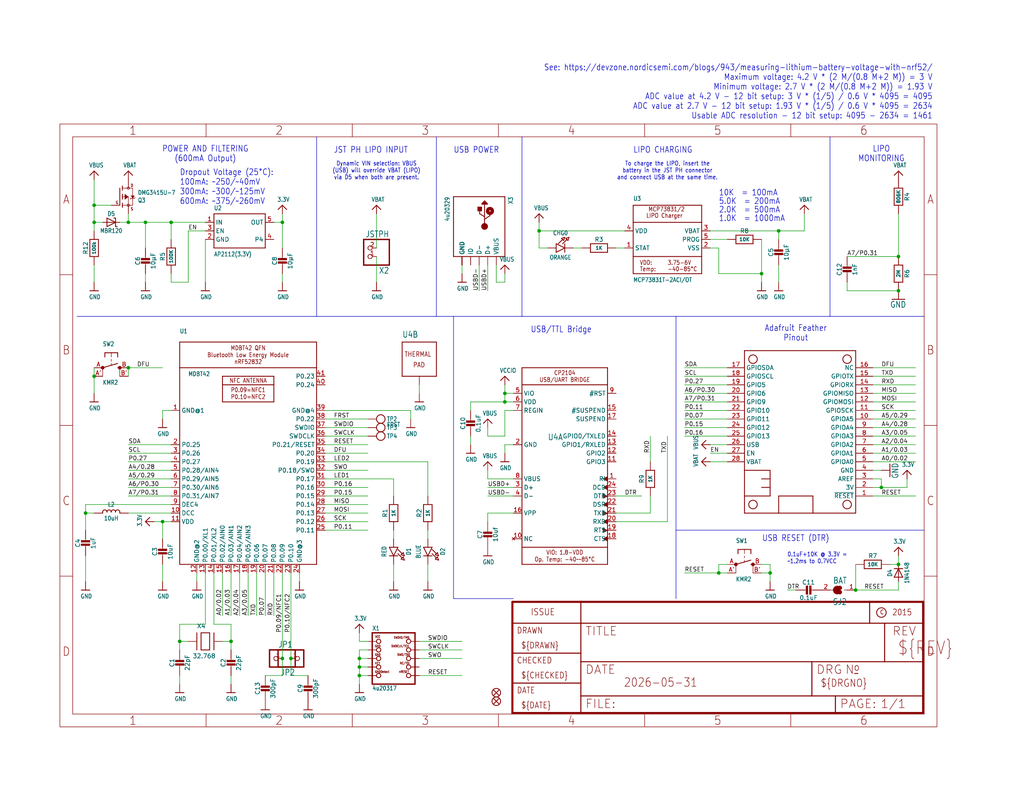
<source format=kicad_sch>
(kicad_sch (version 20230121) (generator eeschema)
  (paper "User" 303.962 235.179)
  (junction (at 27.94 66.04))
  (junction (at 50.8 66.04))
  (junction (at 53.34 190.5))
  (junction (at 231.14 68.58))
  (junction (at 226.06 81.28))
  (junction (at 160.02 68.58))
  (junction (at 38.1 66.04))
  (junction (at 27.94 111.76))
  (junction (at 27.94 60.96))
  (junction (at 38.1 109.22))
  (junction (at 228.6 170.18))
  (junction (at 68.58 190.5))
  (junction (at 48.26 154.94))
  (junction (at 43.18 66.04))
  (junction (at 213.36 170.18))
  (junction (at 149.86 116.84))
  (junction (at 266.7 76.2))
  (junction (at 106.68 200.66))
  (junction (at 254 175.26))
  (junction (at 83.82 195.58))
  (junction (at 83.82 66.04))
  (junction (at 25.4 152.4))
  (junction (at 266.7 86.36))
  (junction (at 266.7 167.64))
  (junction (at 106.68 195.58))
  (junction (at 261.62 144.78))
  (junction (at 149.86 119.38))
  (junction (at 86.36 195.58))
  (junction (at 106.68 198.12))
  (wire (pts (xy 27.94 152.4) (xy 25.4 152.4)) (stroke (width 0.1524)))
  (wire (pts (xy 261.62 142.24) (xy 261.62 144.78)) (stroke (width 0.1524)))
  (wire (pts (xy 50.8 134.62) (xy 38.1 134.62)) (stroke (width 0.1524)))
  (wire (pts (xy 35.56 66.04) (xy 38.1 66.04)) (stroke (width 0.1524)))
  (polyline (pts (xy 200.66 177.8) (xy 200.66 157.48)) (stroke (width 0.1524) (type solid)))
  (wire (pts (xy 78.74 200.66) (xy 83.82 200.66)) (stroke (width 0.1524)))
  (wire (pts (xy 50.8 154.94) (xy 48.26 154.94)) (stroke (width 0.1524)))
  (wire (pts (xy 68.58 170.18) (xy 68.58 182.88)) (stroke (width 0.1524)))
  (wire (pts (xy 226.06 170.18) (xy 228.6 170.18)) (stroke (width 0.1524)))
  (wire (pts (xy 124.46 193.04) (xy 137.16 193.04)) (stroke (width 0.1524)))
  (wire (pts (xy 231.14 78.74) (xy 231.14 83.82)) (stroke (width 0.1524)))
  (wire (pts (xy 96.52 129.54) (xy 109.22 129.54)) (stroke (width 0.1524)))
  (wire (pts (xy 50.8 83.82) (xy 50.8 81.28)) (stroke (width 0.1524)))
  (wire (pts (xy 152.4 152.4) (xy 144.78 152.4)) (stroke (width 0.1524)))
  (wire (pts (xy 215.9 119.38) (xy 203.2 119.38)) (stroke (width 0.1524)))
  (wire (pts (xy 96.52 149.86) (xy 109.22 149.86)) (stroke (width 0.1524)))
  (wire (pts (xy 231.14 68.58) (xy 210.82 68.58)) (stroke (width 0.1524)))
  (wire (pts (xy 48.26 154.94) (xy 48.26 160.02)) (stroke (width 0.1524)))
  (wire (pts (xy 193.04 137.16) (xy 193.04 129.54)) (stroke (width 0.1524)))
  (wire (pts (xy 203.2 170.18) (xy 213.36 170.18)) (stroke (width 0.1524)))
  (wire (pts (xy 50.8 142.24) (xy 38.1 142.24)) (stroke (width 0.1524)))
  (wire (pts (xy 259.08 109.22) (xy 271.78 109.22)) (stroke (width 0.1524)))
  (wire (pts (xy 106.68 193.04) (xy 106.68 195.58)) (stroke (width 0.1524)))
  (polyline (pts (xy 93.98 93.98) (xy 129.54 93.98)) (stroke (width 0.1524) (type solid)))
  (wire (pts (xy 96.52 139.7) (xy 109.22 139.7)) (stroke (width 0.1524)))
  (wire (pts (xy 109.22 195.58) (xy 106.68 195.58)) (stroke (width 0.1524)))
  (wire (pts (xy 86.36 170.18) (xy 86.36 195.58)) (stroke (width 0.1524)))
  (wire (pts (xy 144.78 147.32) (xy 152.4 147.32)) (stroke (width 0.1524)))
  (wire (pts (xy 25.4 152.4) (xy 25.4 157.48)) (stroke (width 0.1524)))
  (wire (pts (xy 210.82 73.66) (xy 213.36 73.66)) (stroke (width 0.1524)))
  (wire (pts (xy 53.34 190.5) (xy 53.34 193.04)) (stroke (width 0.1524)))
  (wire (pts (xy 27.94 111.76) (xy 27.94 116.84)) (stroke (width 0.1524)))
  (wire (pts (xy 60.96 170.18) (xy 60.96 185.42)) (stroke (width 0.1524)))
  (wire (pts (xy 38.1 66.04) (xy 43.18 66.04)) (stroke (width 0.1524)))
  (wire (pts (xy 48.26 167.64) (xy 48.26 172.72)) (stroke (width 0.1524)))
  (wire (pts (xy 106.68 190.5) (xy 106.68 187.96)) (stroke (width 0.1524)))
  (wire (pts (xy 139.7 119.38) (xy 139.7 121.92)) (stroke (width 0.1524)))
  (wire (pts (xy 127 137.16) (xy 127 147.32)) (stroke (width 0.1524)))
  (wire (pts (xy 86.36 200.66) (xy 91.44 200.66)) (stroke (width 0.1524)))
  (wire (pts (xy 210.82 71.12) (xy 215.9 71.12)) (stroke (width 0.1524)))
  (wire (pts (xy 215.9 134.62) (xy 210.82 134.62)) (stroke (width 0.1524)))
  (wire (pts (xy 27.94 60.96) (xy 27.94 53.34)) (stroke (width 0.1524)))
  (wire (pts (xy 66.04 170.18) (xy 66.04 182.88)) (stroke (width 0.1524)))
  (wire (pts (xy 261.62 139.7) (xy 259.08 139.7)) (stroke (width 0.1524)))
  (wire (pts (xy 73.66 170.18) (xy 73.66 182.88)) (stroke (width 0.1524)))
  (wire (pts (xy 96.52 121.92) (xy 121.92 121.92)) (stroke (width 0.1524)))
  (wire (pts (xy 259.08 129.54) (xy 271.78 129.54)) (stroke (width 0.1524)))
  (wire (pts (xy 60.96 185.42) (xy 53.34 185.42)) (stroke (width 0.1524)))
  (wire (pts (xy 106.68 200.66) (xy 106.68 203.2)) (stroke (width 0.1524)))
  (wire (pts (xy 259.08 142.24) (xy 261.62 142.24)) (stroke (width 0.1524)))
  (wire (pts (xy 203.2 124.46) (xy 215.9 124.46)) (stroke (width 0.1524)))
  (wire (pts (xy 124.46 190.5) (xy 137.16 190.5)) (stroke (width 0.1524)))
  (wire (pts (xy 215.9 114.3) (xy 203.2 114.3)) (stroke (width 0.1524)))
  (polyline (pts (xy 246.38 93.98) (xy 246.38 40.64)) (stroke (width 0.1524) (type solid)))
  (wire (pts (xy 203.2 121.92) (xy 215.9 121.92)) (stroke (width 0.1524)))
  (wire (pts (xy 25.4 165.1) (xy 25.4 172.72)) (stroke (width 0.1524)))
  (wire (pts (xy 111.76 63.5) (xy 111.76 73.66)) (stroke (width 0.1524)))
  (polyline (pts (xy 134.62 177.8) (xy 152.4 177.8)) (stroke (width 0.1524) (type solid)))
  (wire (pts (xy 50.8 132.08) (xy 38.1 132.08)) (stroke (width 0.1524)))
  (wire (pts (xy 152.4 132.08) (xy 149.86 132.08)) (stroke (width 0.1524)))
  (wire (pts (xy 127 167.64) (xy 127 172.72)) (stroke (width 0.1524)))
  (wire (pts (xy 76.2 182.88) (xy 76.2 170.18)) (stroke (width 0.1524)))
  (wire (pts (xy 38.1 109.22) (xy 48.26 109.22)) (stroke (width 0.1524)))
  (wire (pts (xy 215.9 167.64) (xy 213.36 167.64)) (stroke (width 0.1524)))
  (wire (pts (xy 231.14 68.58) (xy 238.76 68.58)) (stroke (width 0.1524)))
  (wire (pts (xy 266.7 175.26) (xy 266.7 172.72)) (stroke (width 0.1524)))
  (wire (pts (xy 109.22 200.66) (xy 106.68 200.66)) (stroke (width 0.1524)))
  (wire (pts (xy 144.78 144.78) (xy 152.4 144.78)) (stroke (width 0.1524)))
  (wire (pts (xy 81.28 182.88) (xy 81.28 170.18)) (stroke (width 0.1524)))
  (wire (pts (xy 78.74 170.18) (xy 78.74 182.88)) (stroke (width 0.1524)))
  (wire (pts (xy 149.86 121.92) (xy 152.4 121.92)) (stroke (width 0.1524)))
  (wire (pts (xy 96.52 157.48) (xy 109.22 157.48)) (stroke (width 0.1524)))
  (polyline (pts (xy 246.38 93.98) (xy 274.32 93.98)) (stroke (width 0.1524) (type solid)))
  (wire (pts (xy 259.08 134.62) (xy 271.78 134.62)) (stroke (width 0.1524)))
  (wire (pts (xy 259.08 137.16) (xy 271.78 137.16)) (stroke (width 0.1524)))
  (wire (pts (xy 203.2 129.54) (xy 215.9 129.54)) (stroke (width 0.1524)))
  (wire (pts (xy 43.18 73.66) (xy 43.18 66.04)) (stroke (width 0.1524)))
  (wire (pts (xy 233.68 175.26) (xy 236.22 175.26)) (stroke (width 0.1524)))
  (wire (pts (xy 96.52 144.78) (xy 109.22 144.78)) (stroke (width 0.1524)))
  (wire (pts (xy 48.26 154.94) (xy 45.72 154.94)) (stroke (width 0.1524)))
  (wire (pts (xy 271.78 124.46) (xy 259.08 124.46)) (stroke (width 0.1524)))
  (wire (pts (xy 121.92 121.92) (xy 121.92 124.46)) (stroke (width 0.1524)))
  (wire (pts (xy 96.52 137.16) (xy 127 137.16)) (stroke (width 0.1524)))
  (wire (pts (xy 43.18 66.04) (xy 50.8 66.04)) (stroke (width 0.1524)))
  (wire (pts (xy 170.18 73.66) (xy 172.72 73.66)) (stroke (width 0.1524)))
  (wire (pts (xy 96.52 142.24) (xy 116.84 142.24)) (stroke (width 0.1524)))
  (wire (pts (xy 152.4 119.38) (xy 149.86 119.38)) (stroke (width 0.1524)))
  (wire (pts (xy 271.78 127) (xy 259.08 127)) (stroke (width 0.1524)))
  (wire (pts (xy 58.42 170.18) (xy 58.42 172.72)) (stroke (width 0.1524)))
  (wire (pts (xy 109.22 193.04) (xy 106.68 193.04)) (stroke (width 0.1524)))
  (wire (pts (xy 106.68 198.12) (xy 106.68 200.66)) (stroke (width 0.1524)))
  (polyline (pts (xy 129.54 93.98) (xy 134.62 93.98)) (stroke (width 0.1524) (type solid)))
  (wire (pts (xy 106.68 195.58) (xy 106.68 198.12)) (stroke (width 0.1524)))
  (wire (pts (xy 254 175.26) (xy 266.7 175.26)) (stroke (width 0.1524)))
  (wire (pts (xy 215.9 137.16) (xy 210.82 137.16)) (stroke (width 0.1524)))
  (wire (pts (xy 254 167.64) (xy 254 175.26)) (stroke (width 0.1524)))
  (wire (pts (xy 203.2 127) (xy 215.9 127)) (stroke (width 0.1524)))
  (wire (pts (xy 83.82 170.18) (xy 83.82 195.58)) (stroke (width 0.1524)))
  (wire (pts (xy 27.94 66.04) (xy 27.94 60.96)) (stroke (width 0.1524)))
  (wire (pts (xy 144.78 142.24) (xy 152.4 142.24)) (stroke (width 0.1524)))
  (wire (pts (xy 215.9 109.22) (xy 203.2 109.22)) (stroke (width 0.1524)))
  (wire (pts (xy 251.46 76.2) (xy 266.7 76.2)) (stroke (width 0.1524)))
  (wire (pts (xy 137.16 78.74) (xy 137.16 81.28)) (stroke (width 0.1524)))
  (wire (pts (xy 38.1 109.22) (xy 38.1 111.76)) (stroke (width 0.1524)))
  (wire (pts (xy 228.6 167.64) (xy 228.6 170.18)) (stroke (width 0.1524)))
  (wire (pts (xy 50.8 139.7) (xy 38.1 139.7)) (stroke (width 0.1524)))
  (wire (pts (xy 182.88 147.32) (xy 190.5 147.32)) (stroke (width 0.1524)))
  (wire (pts (xy 68.58 185.42) (xy 68.58 190.5)) (stroke (width 0.1524)))
  (polyline (pts (xy 129.54 93.98) (xy 129.54 40.64)) (stroke (width 0.1524) (type solid)))
  (polyline (pts (xy 93.98 93.98) (xy 93.98 40.64)) (stroke (width 0.1524) (type solid)))
  (wire (pts (xy 228.6 170.18) (xy 228.6 172.72)) (stroke (width 0.1524)))
  (wire (pts (xy 213.36 170.18) (xy 215.9 170.18)) (stroke (width 0.1524)))
  (wire (pts (xy 27.94 68.58) (xy 27.94 66.04)) (stroke (width 0.1524)))
  (wire (pts (xy 109.22 190.5) (xy 106.68 190.5)) (stroke (width 0.1524)))
  (wire (pts (xy 25.4 149.86) (xy 25.4 152.4)) (stroke (width 0.1524)))
  (wire (pts (xy 149.86 132.08) (xy 149.86 134.62)) (stroke (width 0.1524)))
  (wire (pts (xy 50.8 149.86) (xy 25.4 149.86)) (stroke (width 0.1524)))
  (wire (pts (xy 116.84 167.64) (xy 116.84 172.72)) (stroke (width 0.1524)))
  (polyline (pts (xy 154.94 93.98) (xy 154.94 40.64)) (stroke (width 0.1524) (type solid)))
  (wire (pts (xy 55.88 190.5) (xy 53.34 190.5)) (stroke (width 0.1524)))
  (wire (pts (xy 144.78 129.54) (xy 149.86 129.54)) (stroke (width 0.1524)))
  (wire (pts (xy 96.52 154.94) (xy 109.22 154.94)) (stroke (width 0.1524)))
  (wire (pts (xy 213.36 73.66) (xy 213.36 81.28)) (stroke (width 0.1524)))
  (wire (pts (xy 109.22 198.12) (xy 106.68 198.12)) (stroke (width 0.1524)))
  (wire (pts (xy 149.86 114.3) (xy 149.86 116.84)) (stroke (width 0.1524)))
  (wire (pts (xy 259.08 147.32) (xy 271.78 147.32)) (stroke (width 0.1524)))
  (wire (pts (xy 259.08 144.78) (xy 261.62 144.78)) (stroke (width 0.1524)))
  (wire (pts (xy 269.24 144.78) (xy 269.24 142.24)) (stroke (width 0.1524)))
  (wire (pts (xy 86.36 195.58) (xy 86.36 200.66)) (stroke (width 0.1524)))
  (wire (pts (xy 50.8 121.92) (xy 48.26 121.92)) (stroke (width 0.1524)))
  (polyline (pts (xy 22.86 93.98) (xy 93.98 93.98)) (stroke (width 0.1524) (type solid)))
  (wire (pts (xy 96.52 132.08) (xy 109.22 132.08)) (stroke (width 0.1524)))
  (wire (pts (xy 149.86 116.84) (xy 149.86 119.38)) (stroke (width 0.1524)))
  (wire (pts (xy 198.12 129.54) (xy 198.12 154.94)) (stroke (width 0.1524)))
  (wire (pts (xy 259.08 114.3) (xy 271.78 114.3)) (stroke (width 0.1524)))
  (wire (pts (xy 127 157.48) (xy 127 160.02)) (stroke (width 0.1524)))
  (polyline (pts (xy 134.62 93.98) (xy 154.94 93.98)) (stroke (width 0.1524) (type solid)))
  (wire (pts (xy 50.8 137.16) (xy 38.1 137.16)) (stroke (width 0.1524)))
  (wire (pts (xy 43.18 81.28) (xy 43.18 83.82)) (stroke (width 0.1524)))
  (wire (pts (xy 53.34 185.42) (xy 53.34 190.5)) (stroke (width 0.1524)))
  (wire (pts (xy 83.82 81.28) (xy 83.82 83.82)) (stroke (width 0.1524)))
  (wire (pts (xy 81.28 66.04) (xy 83.82 66.04)) (stroke (width 0.1524)))
  (wire (pts (xy 264.16 167.64) (xy 266.7 167.64)) (stroke (width 0.1524)))
  (wire (pts (xy 149.86 83.82) (xy 149.86 81.28)) (stroke (width 0.1524)))
  (wire (pts (xy 111.76 83.82) (xy 111.76 76.2)) (stroke (width 0.1524)))
  (wire (pts (xy 27.94 109.22) (xy 27.94 111.76)) (stroke (width 0.1524)))
  (wire (pts (xy 193.04 152.4) (xy 193.04 147.32)) (stroke (width 0.1524)))
  (wire (pts (xy 261.62 144.78) (xy 269.24 144.78)) (stroke (width 0.1524)))
  (wire (pts (xy 182.88 152.4) (xy 193.04 152.4)) (stroke (width 0.1524)))
  (wire (pts (xy 55.88 68.58) (xy 55.88 83.82)) (stroke (width 0.1524)))
  (wire (pts (xy 55.88 83.82) (xy 50.8 83.82)) (stroke (width 0.1524)))
  (wire (pts (xy 144.78 86.36) (xy 144.78 78.74)) (stroke (width 0.1524)))
  (wire (pts (xy 83.82 66.04) (xy 83.82 63.5)) (stroke (width 0.1524)))
  (polyline (pts (xy 200.66 157.48) (xy 274.32 157.48)) (stroke (width 0.1524) (type solid)))
  (wire (pts (xy 147.32 83.82) (xy 149.86 83.82)) (stroke (width 0.1524)))
  (wire (pts (xy 266.7 167.64) (xy 266.7 165.1)) (stroke (width 0.1524)))
  (wire (pts (xy 226.06 81.28) (xy 226.06 83.82)) (stroke (width 0.1524)))
  (wire (pts (xy 149.86 129.54) (xy 149.86 121.92)) (stroke (width 0.1524)))
  (wire (pts (xy 60.96 71.12) (xy 60.96 83.82)) (stroke (width 0.1524)))
  (wire (pts (xy 66.04 190.5) (xy 68.58 190.5)) (stroke (width 0.1524)))
  (wire (pts (xy 124.46 114.3) (xy 124.46 116.84)) (stroke (width 0.1524)))
  (wire (pts (xy 63.5 185.42) (xy 68.58 185.42)) (stroke (width 0.1524)))
  (wire (pts (xy 139.7 119.38) (xy 149.86 119.38)) (stroke (width 0.1524)))
  (wire (pts (xy 83.82 200.66) (xy 83.82 195.58)) (stroke (width 0.1524)))
  (wire (pts (xy 238.76 63.5) (xy 238.76 68.58)) (stroke (width 0.1524)))
  (wire (pts (xy 215.9 111.76) (xy 203.2 111.76)) (stroke (width 0.1524)))
  (wire (pts (xy 50.8 147.32) (xy 38.1 147.32)) (stroke (width 0.1524)))
  (wire (pts (xy 226.06 167.64) (xy 228.6 167.64)) (stroke (width 0.1524)))
  (wire (pts (xy 182.88 154.94) (xy 198.12 154.94)) (stroke (width 0.1524)))
  (wire (pts (xy 96.52 152.4) (xy 109.22 152.4)) (stroke (width 0.1524)))
  (polyline (pts (xy 154.94 93.98) (xy 200.66 93.98)) (stroke (width 0.1524) (type solid)))
  (wire (pts (xy 63.5 170.18) (xy 63.5 185.42)) (stroke (width 0.1524)))
  (wire (pts (xy 96.52 124.46) (xy 109.22 124.46)) (stroke (width 0.1524)))
  (wire (pts (xy 231.14 71.12) (xy 231.14 68.58)) (stroke (width 0.1524)))
  (wire (pts (xy 88.9 170.18) (xy 88.9 172.72)) (stroke (width 0.1524)))
  (polyline (pts (xy 200.66 93.98) (xy 246.38 93.98)) (stroke (width 0.1524) (type solid)))
  (wire (pts (xy 96.52 147.32) (xy 109.22 147.32)) (stroke (width 0.1524)))
  (wire (pts (xy 50.8 71.12) (xy 50.8 66.04)) (stroke (width 0.1524)))
  (wire (pts (xy 226.06 71.12) (xy 226.06 81.28)) (stroke (width 0.1524)))
  (wire (pts (xy 30.48 66.04) (xy 27.94 66.04)) (stroke (width 0.1524)))
  (wire (pts (xy 259.08 111.76) (xy 271.78 111.76)) (stroke (width 0.1524)))
  (wire (pts (xy 96.52 127) (xy 109.22 127)) (stroke (width 0.1524)))
  (wire (pts (xy 116.84 157.48) (xy 116.84 160.02)) (stroke (width 0.1524)))
  (wire (pts (xy 215.9 116.84) (xy 203.2 116.84)) (stroke (width 0.1524)))
  (wire (pts (xy 182.88 73.66) (xy 185.42 73.66)) (stroke (width 0.1524)))
  (wire (pts (xy 60.96 68.58) (xy 55.88 68.58)) (stroke (width 0.1524)))
  (wire (pts (xy 144.78 127) (xy 144.78 129.54)) (stroke (width 0.1524)))
  (wire (pts (xy 27.94 83.82) (xy 27.94 78.74)) (stroke (width 0.1524)))
  (polyline (pts (xy 200.66 157.48) (xy 200.66 93.98)) (stroke (width 0.1524) (type solid)))
  (wire (pts (xy 142.24 86.36) (xy 142.24 78.74)) (stroke (width 0.1524)))
  (wire (pts (xy 259.08 132.08) (xy 271.78 132.08)) (stroke (width 0.1524)))
  (wire (pts (xy 48.26 121.92) (xy 48.26 124.46)) (stroke (width 0.1524)))
  (wire (pts (xy 38.1 63.5) (xy 38.1 66.04)) (stroke (width 0.1524)))
  (wire (pts (xy 162.56 73.66) (xy 160.02 73.66)) (stroke (width 0.1524)))
  (wire (pts (xy 137.16 200.66) (xy 124.46 200.66)) (stroke (width 0.1524)))
  (wire (pts (xy 33.02 60.96) (xy 27.94 60.96)) (stroke (width 0.1524)))
  (wire (pts (xy 50.8 152.4) (xy 38.1 152.4)) (stroke (width 0.1524)))
  (wire (pts (xy 124.46 195.58) (xy 137.16 195.58)) (stroke (width 0.1524)))
  (wire (pts (xy 116.84 142.24) (xy 116.84 147.32)) (stroke (width 0.1524)))
  (wire (pts (xy 60.96 66.04) (xy 50.8 66.04)) (stroke (width 0.1524)))
  (wire (pts (xy 96.52 134.62) (xy 109.22 134.62)) (stroke (width 0.1524)))
  (wire (pts (xy 266.7 63.5) (xy 266.7 76.2)) (stroke (width 0.1524)))
  (wire (pts (xy 71.12 170.18) (xy 71.12 182.88)) (stroke (width 0.1524)))
  (wire (pts (xy 68.58 190.5) (xy 68.58 193.04)) (stroke (width 0.1524)))
  (wire (pts (xy 160.02 68.58) (xy 185.42 68.58)) (stroke (width 0.1524)))
  (wire (pts (xy 152.4 116.84) (xy 149.86 116.84)) (stroke (width 0.1524)))
  (wire (pts (xy 251.46 86.36) (xy 251.46 83.82)) (stroke (width 0.1524)))
  (wire (pts (xy 53.34 200.66) (xy 53.34 203.2)) (stroke (width 0.1524)))
  (wire (pts (xy 259.08 119.38) (xy 271.78 119.38)) (stroke (width 0.1524)))
  (wire (pts (xy 147.32 78.74) (xy 147.32 83.82)) (stroke (width 0.1524)))
  (wire (pts (xy 50.8 144.78) (xy 38.1 144.78)) (stroke (width 0.1524)))
  (wire (pts (xy 139.7 129.54) (xy 139.7 132.08)) (stroke (width 0.1524)))
  (wire (pts (xy 83.82 73.66) (xy 83.82 66.04)) (stroke (width 0.1524)))
  (wire (pts (xy 259.08 121.92) (xy 271.78 121.92)) (stroke (width 0.1524)))
  (wire (pts (xy 144.78 142.24) (xy 144.78 139.7)) (stroke (width 0.1524)))
  (wire (pts (xy 215.9 132.08) (xy 210.82 132.08)) (stroke (width 0.1524)))
  (polyline (pts (xy 134.62 177.8) (xy 134.62 93.98)) (stroke (width 0.1524) (type solid)))
  (wire (pts (xy 259.08 116.84) (xy 271.78 116.84)) (stroke (width 0.1524)))
  (wire (pts (xy 144.78 152.4) (xy 144.78 154.94)) (stroke (width 0.1524)))
  (wire (pts (xy 266.7 86.36) (xy 251.46 86.36)) (stroke (width 0.1524)))
  (wire (pts (xy 213.36 167.64) (xy 213.36 170.18)) (stroke (width 0.1524)))
  (wire (pts (xy 68.58 200.66) (xy 68.58 203.2)) (stroke (width 0.1524)))
  (wire (pts (xy 213.36 81.28) (xy 226.06 81.28)) (stroke (width 0.1524)))
  (wire (pts (xy 160.02 73.66) (xy 160.02 68.58)) (stroke (width 0.1524)))
  (wire (pts (xy 160.02 66.04) (xy 160.02 68.58)) (stroke (width 0.1524)))
  (text "Dynamic VIN selection: VBUS\n(USB) will override VBAT (LIPO)\nvia D5 when both are present." (at 111.76 50.8 0) (effects (font (size 1.27 1.0795))))
  (text "JST PH LIPO INPUT" (at 99.06 45.72 0) (effects (font (size 1.778 1.5113)) (justify left bottom)))
  (text "10K  = 100mA" (at 213.36 58.42 0) (effects (font (size 1.778 1.5113)) (justify left bottom)))
  (text "1.0K  = 1000mA" (at 213.36 66.04 0) (effects (font (size 1.778 1.5113)) (justify left bottom)))
  (text "LIPO CHARGING" (at 187.96 45.72 0) (effects (font (size 1.778 1.5113)) (justify left bottom)))
  (text "2.0K  = 500mA" (at 213.36 63.5 0) (effects (font (size 1.778 1.5113)) (justify left bottom)))
  (text "USB RESET (DTR)" (at 236.22 160.02 0) (effects (font (size 1.778 1.5113))))
  (text "See: https://devzone.nordicsemi.com/blogs/943/measuring-lithium-battery-voltage-with-nrf52/\nMaximum voltage: 4.2 V * (2 M/(0.8 M+2 M)) = 3 V\nMinimum voltage: 2.7 V * (2 M/(0.8 M+2 M)) = 1.93 V\nADC value at 4.2 V - 12 bit setup: 3 V * (1/5) / 0.6 V * 4095 = 4095\nADC value at 2.7 V - 12 bit setup: 1.93 V * (1/5) / 0.6 V * 4095 = 2634\nUsable ADC resolution - 12 bit setup: 4095 - 2634 = 1461" (at 276.86 35.56 0) (effects (font (size 1.778 1.5113)) (justify right bottom)))
  (text "USB/TTL Bridge" (at 157.48 99.06 0) (effects (font (size 1.778 1.5113)) (justify left bottom)))
  (text "POWER AND FILTERING\n(600mA Output)" (at 60.96 48.26 0) (effects (font (size 1.778 1.5113)) (justify bottom)))
  (text "LIPO\nMONITORING" (at 261.62 48.26 0) (effects (font (size 1.778 1.5113)) (justify bottom)))
  (text "0.1uF+10K @ 3.3V =\n~1.2ms to 0.7VCC" (at 233.68 167.64 0) (effects (font (size 1.27 1.0795)) (justify left bottom)))
  (text "To charge the LIPO, insert the\nbattery in the JST PH connector\nand connect USB at the same time." (at 198.12 50.8 0) (effects (font (size 1.27 1.0795))))
  (text "5.0K  = 200mA" (at 213.36 60.96 0) (effects (font (size 1.778 1.5113)) (justify left bottom)))
  (text "USB POWER" (at 134.62 45.72 0) (effects (font (size 1.778 1.5113)) (justify left bottom)))
  (text "Adafruit Feather\nPinout" (at 236.22 99.06 0) (effects (font (size 1.778 1.5113))))
  (text "Dropout Voltage (25°C):\n100mA: ~250/~40mV\n300mA: ~300/~125mV\n600mA: ~375/~260mV" (at 53.34 60.96 0) (effects (font (size 1.778 1.5113)) (justify left bottom)))
  (label "A2/0.04" (at 71.12 182.88 90) (effects (font (size 1.2446 1.2446))))
  (label "SDA" (at 38.1 132.08 0) (effects (font (size 1.2446 1.2446))))
  (label "RXD" (at 193.04 134.62 90) (effects (font (size 1.2446 1.2446))))
  (label "USBD-" (at 144.78 147.32 0) (effects (font (size 1.2446 1.2446))))
  (label "A1/0.03" (at 68.58 182.88 90) (effects (font (size 1.2446 1.2446))))
  (label "SWDIO" (at 127 190.5 0) (effects (font (size 1.2446 1.2446))))
  (label "TXD" (at 198.12 134.62 90) (effects (font (size 1.2446 1.2446))))
  (label "A4/0.28" (at 38.1 139.7 0) (effects (font (size 1.2446 1.2446))))
  (label "SWCLK" (at 127 193.04 0) (effects (font (size 1.2446 1.2446))))
  (label "P0.10/NFC2" (at 86.36 187.96 90) (effects (font (size 1.2446 1.2446))))
  (label "DFU" (at 261.62 109.22 0) (effects (font (size 1.2446 1.2446))))
  (label "SWO" (at 99.06 139.7 0) (effects (font (size 1.2446 1.2446))))
  (label "A7/P0.31" (at 38.1 147.32 0) (effects (font (size 1.2446 1.2446))))
  (label "P0.16" (at 203.2 129.54 0) (effects (font (size 1.2446 1.2446))))
  (label "SCK" (at 99.06 154.94 0) (effects (font (size 1.2446 1.2446))))
  (label "A2/0.04" (at 261.62 132.08 0) (effects (font (size 1.2446 1.2446))))
  (label "RXD" (at 81.28 182.88 90) (effects (font (size 1.2446 1.2446))))
  (label "TXD" (at 261.62 111.76 0) (effects (font (size 1.2446 1.2446))))
  (label "RXD" (at 261.62 114.3 0) (effects (font (size 1.2446 1.2446))))
  (label "MOSI" (at 261.62 119.38 0) (effects (font (size 1.2446 1.2446))))
  (label "SWCLK" (at 99.06 129.54 0) (effects (font (size 1.2446 1.2446))))
  (label "SDA" (at 203.2 109.22 0) (effects (font (size 1.2446 1.2446))))
  (label "RESET" (at 256.54 175.26 0) (effects (font (size 1.2446 1.2446))))
  (label "A3/0.05" (at 73.66 182.88 90) (effects (font (size 1.2446 1.2446))))
  (label "A3/0.05" (at 261.62 129.54 0) (effects (font (size 1.2446 1.2446))))
  (label "EN" (at 210.82 134.62 0) (effects (font (size 1.2446 1.2446))))
  (label "P0.15" (at 203.2 127 0) (effects (font (size 1.2446 1.2446))))
  (label "SCK" (at 261.62 121.92 0) (effects (font (size 1.2446 1.2446))))
  (label "P0.07" (at 78.74 182.88 90) (effects (font (size 1.2446 1.2446))))
  (label "SWO" (at 127 195.58 0) (effects (font (size 1.2446 1.2446))))
  (label "LED1" (at 99.06 142.24 0) (effects (font (size 1.2446 1.2446))))
  (label "A7/P0.31" (at 203.2 119.38 0) (effects (font (size 1.2446 1.2446))))
  (label "P0.11" (at 99.06 157.48 0) (effects (font (size 1.2446 1.2446))))
  (label "DTR" (at 233.68 175.26 0) (effects (font (size 1.2446 1.2446))))
  (label "RESET" (at 127 200.66 0) (effects (font (size 1.2446 1.2446))))
  (label "P0.15" (at 99.06 147.32 0) (effects (font (size 1.2446 1.2446))))
  (label "A0/0.02" (at 261.62 137.16 0) (effects (font (size 1.2446 1.2446))))
  (label "SCL" (at 203.2 111.76 0) (effects (font (size 1.2446 1.2446))))
  (label "P0.11" (at 203.2 121.92 0) (effects (font (size 1.2446 1.2446))))
  (label "RESET" (at 203.2 170.18 0) (effects (font (size 1.2446 1.2446))))
  (label "FRST" (at 99.06 124.46 0) (effects (font (size 1.2446 1.2446))))
  (label "SCL" (at 38.1 134.62 0) (effects (font (size 1.2446 1.2446))))
  (label "A1/0.03" (at 261.62 134.62 0) (effects (font (size 1.2446 1.2446))))
  (label "A6/P0.30" (at 203.2 116.84 0) (effects (font (size 1.2446 1.2446))))
  (label "A0/0.02" (at 66.04 182.88 90) (effects (font (size 1.2446 1.2446))))
  (label "EN" (at 55.88 68.58 0) (effects (font (size 1.2446 1.2446))))
  (label "MOSI" (at 99.06 152.4 0) (effects (font (size 1.2446 1.2446))))
  (label "DFU" (at 40.64 109.22 0) (effects (font (size 1.2446 1.2446))))
  (label "P0.07" (at 203.2 124.46 0) (effects (font (size 1.2446 1.2446))))
  (label "P0.16" (at 99.06 144.78 0) (effects (font (size 1.2446 1.2446))))
  (label "LED2" (at 99.06 137.16 0) (effects (font (size 1.2446 1.2446))))
  (label "DFU" (at 99.06 134.62 0) (effects (font (size 1.2446 1.2446))))
  (label "A5/0.29" (at 38.1 142.24 0) (effects (font (size 1.2446 1.2446))))
  (label "A6/P0.30" (at 38.1 144.78 0) (effects (font (size 1.2446 1.2446))))
  (label "A4/0.28" (at 261.62 127 0) (effects (font (size 1.2446 1.2446))))
  (label "A7/P0.31" (at 251.46 76.2 0) (effects (font (size 1.2446 1.2446))))
  (label "RESET" (at 99.06 132.08 0) (effects (font (size 1.2446 1.2446))))
  (label "SWDIO" (at 99.06 127 0) (effects (font (size 1.2446 1.2446))))
  (label "MISO" (at 261.62 116.84 0) (effects (font (size 1.2446 1.2446))))
  (label "MISO" (at 99.06 149.86 0) (effects (font (size 1.2446 1.2446))))
  (label "P0.27" (at 203.2 114.3 0) (effects (font (size 1.2446 1.2446))))
  (label "P0.09/NFC1" (at 83.82 187.96 90) (effects (font (size 1.2446 1.2446))))
  (label "USBD-" (at 142.24 86.36 90) (effects (font (size 1.2446 1.2446))))
  (label "USBD+" (at 144.78 86.36 90) (effects (font (size 1.2446 1.2446))))
  (label "TXD" (at 76.2 182.88 90) (effects (font (size 1.2446 1.2446))))
  (label "RESET" (at 261.62 147.32 0) (effects (font (size 1.2446 1.2446))))
  (label "USBD+" (at 144.78 144.78 0) (effects (font (size 1.2446 1.2446))))
  (label "DTR" (at 185.42 147.32 0) (effects (font (size 1.2446 1.2446))))
  (label "A5/0.29" (at 261.62 124.46 0) (effects (font (size 1.2446 1.2446))))
  (label "P0.27" (at 38.1 137.16 0) (effects (font (size 1.2446 1.2446))))
  (symbol (lib_id "working-eagle-import:FRAME_A4") (at 17.78 215.9 0) (unit 1)
    (property "Reference" "#FRAME1" (effects hide))
    (property "Value" "FRAME_A4" (effects hide))
  )
  (symbol (lib_id "working-eagle-import:GND") (at 228.6 175.26 0) (unit 1)
    (property "Reference" "#U$41" (effects hide))
    (property "Value" "GND" (at 227.076 177.8 0) (effects (font (size 1.27 1.0795)) (justify left bottom)))
  )
  (symbol (lib_id "working-eagle-import:VBUS") (at 27.94 50.8 0) (unit 1)
    (property "Reference" "#U$42" (effects hide))
    (property "Value" "VBUS" (at 26.416 49.784 0) (effects (font (size 1.27 1.0795)) (justify left bottom)))
  )
  (symbol (lib_id "working-eagle-import:GND") (at 137.16 83.82 0) (unit 1)
    (property "Reference" "#U$19" (effects hide))
    (property "Value" "GND" (at 135.636 86.36 0) (effects (font (size 1.27 1.0795)) (justify left bottom)))
  )
  (symbol (lib_id "working-eagle-import:FEATHERWING_NODIM") (at 254 152.4 90) (unit 1)
    (property "Reference" "MS1" (effects hide))
    (property "Value" "FEATHERWING_NODIM" (effects hide))
    (property "Footprint" "working:FEATHERWING_NODIM" (effects hide))
  )
  (symbol (lib_id "working-eagle-import:FIDUCIAL_1MM") (at 147.32 208.28 0) (unit 1)
    (property "Reference" "FID3" (effects hide))
    (property "Value" "FIDUCIAL_1MM" (effects hide))
    (property "Footprint" "working:FIDUCIAL_1MM" (effects hide))
  )
  (symbol (lib_id "working-eagle-import:TESTPOINT1.5X2.0MM_NOCREAM") (at 109.22 124.46 270) (unit 1)
    (property "Reference" "TP2" (at 114.808 124.46 90) (effects (font (size 1.27 1.0795)) (justify left)))
    (property "Value" "FRST" (at 114.808 126.111 90) (effects (font (size 1.27 1.0795)) (justify left)))
    (property "Footprint" "working:PAD-1.5X2.0" (effects hide))
  )
  (symbol (lib_id "working-eagle-import:RESISTOR_0603_NOOUT") (at 177.8 73.66 0) (unit 1)
    (property "Reference" "R3" (at 177.8 71.12 0))
    (property "Value" "1K" (at 177.8 73.66 0) (effects (font (size 1.016 1.016) bold)))
    (property "Footprint" "working:0603-NO" (effects hide))
  )
  (symbol (lib_id "working-eagle-import:JTAG-CORTEXBOXPOSTS") (at 116.84 195.58 0) (unit 1)
    (property "Reference" "X1" (at 110.49 187.325 0) (effects (font (size 1.27 1.0795)) (justify left bottom)))
    (property "Value" "4u20317" (at 110.49 205.105 0) (effects (font (size 1.27 1.0795)) (justify left bottom)))
    (property "Footprint" "working:2X05_1.27MM_BOX_POSTS" (effects hide))
  )
  (symbol (lib_id "working-eagle-import:CAP_CERAMIC0805-NOOUTLINE") (at 48.26 165.1 0) (unit 1)
    (property "Reference" "C3" (at 45.97 163.85 90))
    (property "Value" "10uF" (at 50.56 163.85 90))
    (property "Footprint" "working:0805-NO" (effects hide))
  )
  (symbol (lib_id "working-eagle-import:LED0805_NOOUTLINE") (at 127 165.1 270) (unit 1)
    (property "Reference" "D2" (at 131.445 163.83 0) (effects (font (size 1.27 1.0795))))
    (property "Value" "BLUE" (at 124.206 163.83 0) (effects (font (size 1.27 1.0795))))
    (property "Footprint" "working:CHIPLED_0805_NOOUTLINE" (effects hide))
  )
  (symbol (lib_id "working-eagle-import:GND") (at 91.44 210.82 0) (unit 1)
    (property "Reference" "#U$28" (effects hide))
    (property "Value" "GND" (at 89.916 213.36 0) (effects (font (size 1.27 1.0795)) (justify left bottom)))
  )
  (symbol (lib_id "working-eagle-import:CAP_CERAMIC0805-NOOUTLINE") (at 43.18 78.74 0) (unit 1)
    (property "Reference" "C6" (at 40.89 77.49 90))
    (property "Value" "10µF" (at 45.48 77.49 90))
    (property "Footprint" "working:0805-NO" (effects hide))
  )
  (symbol (lib_id "working-eagle-import:CON_JST_PH_2PIN") (at 109.22 73.66 180) (unit 1)
    (property "Reference" "X2" (at 115.57 79.375 0) (effects (font (size 1.778 1.5113)) (justify left bottom)))
    (property "Value" "JSTPH" (at 115.57 68.58 0) (effects (font (size 1.778 1.5113)) (justify left bottom)))
    (property "Footprint" "working:JSTPH2" (effects hide))
  )
  (symbol (lib_id "working-eagle-import:CAP_CERAMIC0603_NO") (at 139.7 127 0) (unit 1)
    (property "Reference" "C10" (at 137.41 125.75 90))
    (property "Value" "0.1uF" (at 142 125.75 90))
    (property "Footprint" "working:0603-NO" (effects hide))
  )
  (symbol (lib_id "working-eagle-import:supply1_GND") (at 264.16 139.7 90) (unit 1)
    (property "Reference" "#GND1" (effects hide))
    (property "Value" "GND" (at 266.7 142.24 0) (effects (font (size 1.778 1.5113)) (justify left bottom)))
  )
  (symbol (lib_id "working-eagle-import:GND") (at 139.7 134.62 0) (unit 1)
    (property "Reference" "#U$24" (effects hide))
    (property "Value" "GND" (at 138.176 137.16 0) (effects (font (size 1.27 1.0795)) (justify left bottom)))
  )
  (symbol (lib_id "working-eagle-import:GND") (at 111.76 86.36 0) (unit 1)
    (property "Reference" "#U$22" (effects hide))
    (property "Value" "GND" (at 110.236 88.9 0) (effects (font (size 1.27 1.0795)) (justify left bottom)))
  )
  (symbol (lib_id "working-eagle-import:CAP_CERAMIC_0603MP") (at 91.44 205.74 0) (unit 1)
    (property "Reference" "C9" (at 89.15 204.49 90))
    (property "Value" "300pF" (at 93.74 204.49 90))
    (property "Footprint" "working:_0603MP" (effects hide))
  )
  (symbol (lib_id "working-eagle-import:CAP_CERAMIC0805-NOOUTLINE") (at 231.14 76.2 0) (unit 1)
    (property "Reference" "C5" (at 228.85 74.95 90))
    (property "Value" "10µF" (at 233.44 74.95 90))
    (property "Footprint" "working:0805-NO" (effects hide))
  )
  (symbol (lib_id "working-eagle-import:MOSFET-P") (at 38.1 58.42 0) (mirror x) (unit 1)
    (property "Reference" "Q3" (at 40.894 58.801 0) (effects (font (size 1.27 1.0795)) (justify left bottom)))
    (property "Value" "DMG3415U-7" (at 40.894 56.515 0) (effects (font (size 1.27 1.0795)) (justify left bottom)))
    (property "Footprint" "working:SOT23-R" (effects hide))
  )
  (symbol (lib_id "working-eagle-import:GND") (at 88.9 175.26 0) (unit 1)
    (property "Reference" "#U$6" (effects hide))
    (property "Value" "GND" (at 87.376 177.8 0) (effects (font (size 1.27 1.0795)) (justify left bottom)))
  )
  (symbol (lib_id "working-eagle-import:RESISTOR_0603_NOOUT") (at 116.84 152.4 90) (unit 1)
    (property "Reference" "R1" (at 114.3 152.4 0))
    (property "Value" "1K" (at 116.84 152.4 0) (effects (font (size 1.016 1.016) bold)))
    (property "Footprint" "working:0603-NO" (effects hide))
  )
  (symbol (lib_id "working-eagle-import:TESTPOINTROUND2MM") (at 109.22 127 270) (unit 1)
    (property "Reference" "TP3" (at 114.808 127 90) (effects (font (size 1.27 1.0795)) (justify left)))
    (property "Value" "TESTPOINTROUND2MM" (effects hide))
    (property "Footprint" "working:TESTPOINT_ROUND_2MM" (effects hide))
  )
  (symbol (lib_id "working-eagle-import:GND") (at 48.26 127 0) (unit 1)
    (property "Reference" "#U$5" (effects hide))
    (property "Value" "GND" (at 46.736 129.54 0) (effects (font (size 1.27 1.0795)) (justify left bottom)))
  )
  (symbol (lib_id "working-eagle-import:3.3V") (at 106.68 185.42 0) (unit 1)
    (property "Reference" "#U$13" (effects hide))
    (property "Value" "3.3V" (at 105.156 184.404 0) (effects (font (size 1.27 1.0795)) (justify left bottom)))
  )
  (symbol (lib_id "working-eagle-import:GND") (at 27.94 86.36 0) (unit 1)
    (property "Reference" "#U$44" (effects hide))
    (property "Value" "GND" (at 26.416 88.9 0) (effects (font (size 1.27 1.0795)) (justify left bottom)))
  )
  (symbol (lib_id "working-eagle-import:GND") (at 127 175.26 0) (unit 1)
    (property "Reference" "#U$8" (effects hide))
    (property "Value" "GND" (at 125.476 177.8 0) (effects (font (size 1.27 1.0795)) (justify left bottom)))
  )
  (symbol (lib_id "working-eagle-import:GND") (at 58.42 175.26 0) (unit 1)
    (property "Reference" "#U$3" (effects hide))
    (property "Value" "GND" (at 56.896 177.8 0) (effects (font (size 1.27 1.0795)) (justify left bottom)))
  )
  (symbol (lib_id "working-eagle-import:RESISTOR_0603_NOOUT") (at 193.04 142.24 90) (unit 1)
    (property "Reference" "R9" (at 190.5 142.24 0))
    (property "Value" "1K" (at 193.04 142.24 0) (effects (font (size 1.016 1.016) bold)))
    (property "Footprint" "working:0603-NO" (effects hide))
  )
  (symbol (lib_id "working-eagle-import:RESISTOR_0603_NOOUT") (at 259.08 167.64 0) (unit 1)
    (property "Reference" "R7" (at 259.08 165.1 0))
    (property "Value" "10K" (at 259.08 167.64 0) (effects (font (size 1.016 1.016) bold)))
    (property "Footprint" "working:0603-NO" (effects hide))
  )
  (symbol (lib_id "working-eagle-import:VBUS") (at 144.78 137.16 0) (unit 1)
    (property "Reference" "#U$31" (effects hide))
    (property "Value" "VBUS" (at 143.256 136.144 0) (effects (font (size 1.27 1.0795)) (justify left bottom)))
  )
  (symbol (lib_id "working-eagle-import:CP2104") (at 167.64 137.16 0) (unit 1)
    (property "Reference" "U4" (at 162.56 130.81 0) (effects (font (size 1.778 1.5113)) (justify left bottom)))
    (property "Value" "CP2104" (effects hide))
    (property "Footprint" "working:QFN24_4MM_SMSC" (effects hide))
  )
  (symbol (lib_id "working-eagle-import:NRF52832_MODULE_MDBT42") (at 73.66 134.62 0) (unit 1)
    (property "Reference" "U1" (at 53.34 99.06 0) (effects (font (size 1.27 1.0795)) (justify left bottom)))
    (property "Value" "MDBT42" (at 55.88 111.76 0) (effects (font (size 1.27 1.0795)) (justify left bottom)))
    (property "Footprint" "working:BLE_MODULE_RAYTAC_MDBT42" (effects hide))
  )
  (symbol (lib_id "working-eagle-import:XTAL-3.2X1.5") (at 60.96 190.5 0) (unit 1)
    (property "Reference" "X4" (at 58.42 186.69 0) (effects (justify left bottom)))
    (property "Value" "32.768" (at 57.15 195.58 0) (effects (justify left bottom)))
    (property "Footprint" "working:XTAL3215" (effects hide))
  )
  (symbol (lib_id "working-eagle-import:RESISTOR_0603_NOOUT") (at 27.94 73.66 90) (unit 1)
    (property "Reference" "R12" (at 25.4 73.66 0))
    (property "Value" "100k" (at 27.94 73.66 0) (effects (font (size 1.016 1.016) bold)))
    (property "Footprint" "working:0603-NO" (effects hide))
  )
  (symbol (lib_id "working-eagle-import:VBAT") (at 111.76 60.96 0) (unit 1)
    (property "Reference" "#U$16" (effects hide))
    (property "Value" "VBAT" (at 110.236 59.944 0) (effects (font (size 1.27 1.0795)) (justify left bottom)))
  )
  (symbol (lib_id "working-eagle-import:INDUCTOR0805-NO") (at 33.02 152.4 0) (unit 1)
    (property "Reference" "L2" (at 33.02 149.86 0) (effects (font (size 1.27 1.0795))))
    (property "Value" "10uH" (at 33.02 153.94 0) (effects (font (size 1.27 1.0795))))
    (property "Footprint" "working:0805-NO" (effects hide))
  )
  (symbol (lib_id "working-eagle-import:CAP_CERAMIC0603_NO") (at 68.58 198.12 0) (unit 1)
    (property "Reference" "C2" (at 66.29 196.87 90))
    (property "Value" "22pF" (at 70.88 196.87 90))
    (property "Footprint" "working:0603-NO" (effects hide))
  )
  (symbol (lib_id "working-eagle-import:TESTPOINTROUND2MM") (at 109.22 129.54 270) (unit 1)
    (property "Reference" "TP4" (at 114.808 129.54 90) (effects (font (size 1.27 1.0795)) (justify left)))
    (property "Value" "TESTPOINTROUND2MM" (effects hide))
    (property "Footprint" "working:TESTPOINT_ROUND_2MM" (effects hide))
  )
  (symbol (lib_id "working-eagle-import:RESISTOR_0603_NOOUT") (at 266.7 58.42 270) (unit 1)
    (property "Reference" "R4" (at 269.24 58.42 0))
    (property "Value" "806K" (at 266.7 58.42 0) (effects (font (size 1.016 1.016) bold)))
    (property "Footprint" "working:0603-NO" (effects hide))
  )
  (symbol (lib_id "working-eagle-import:CAP_CERAMIC0603_NO") (at 251.46 81.28 0) (unit 1)
    (property "Reference" "C12" (at 249.17 80.03 90))
    (property "Value" "1nF" (at 253.76 80.03 90))
    (property "Footprint" "working:0603-NO" (effects hide))
  )
  (symbol (lib_id "working-eagle-import:CP2104") (at 124.46 106.68 0) (unit 2)
    (property "Reference" "U4" (at 119.38 100.33 0) (effects (font (size 1.778 1.5113)) (justify left bottom)))
    (property "Value" "CP2104" (effects hide))
    (property "Footprint" "working:QFN24_4MM_SMSC" (effects hide))
  )
  (symbol (lib_id "working-eagle-import:SOLDERJUMPERCLOSED") (at 248.92 175.26 180) (unit 1)
    (property "Reference" "SJ2" (at 251.46 177.8 0) (effects (font (size 1.778 1.5113)) (justify left bottom)))
    (property "Value" "BAT" (at 251.46 171.45 0) (effects (font (size 1.778 1.5113)) (justify left bottom)))
    (property "Footprint" "working:SOLDERJUMPER_CLOSEDWIRE" (effects hide))
  )
  (symbol (lib_id "working-eagle-import:3.3V") (at 83.82 60.96 0) (unit 1)
    (property "Reference" "#U$37" (effects hide))
    (property "Value" "3.3V" (at 82.296 59.944 0) (effects (font (size 1.27 1.0795)) (justify left bottom)))
  )
  (symbol (lib_id "working-eagle-import:CAP_CERAMIC0603_NO") (at 25.4 162.56 0) (unit 1)
    (property "Reference" "C4" (at 23.11 161.31 90))
    (property "Value" "1uF" (at 27.7 161.31 90))
    (property "Footprint" "working:0603-NO" (effects hide))
  )
  (symbol (lib_id "working-eagle-import:GND") (at 231.14 86.36 0) (unit 1)
    (property "Reference" "#U$33" (effects hide))
    (property "Value" "GND" (at 229.616 88.9 0) (effects (font (size 1.27 1.0795)) (justify left bottom)))
  )
  (symbol (lib_id "working-eagle-import:DIODE-SCHOTTKYSOD-123") (at 33.02 66.04 0) (unit 1)
    (property "Reference" "D5" (at 33.02 63.5 0) (effects (font (size 1.27 1.0795))))
    (property "Value" "MBR120" (at 33.02 68.54 0) (effects (font (size 1.27 1.0795))))
    (property "Footprint" "working:SOD-123" (effects hide))
  )
  (symbol (lib_id "working-eagle-import:CAP_CERAMIC0603_NO") (at 53.34 198.12 0) (unit 1)
    (property "Reference" "C1" (at 51.05 196.87 90))
    (property "Value" "22pF" (at 55.64 196.87 90))
    (property "Footprint" "working:0603-NO" (effects hide))
  )
  (symbol (lib_id "working-eagle-import:SWITCH_TACT_SMT4.6X2.8") (at 33.02 109.22 0) (unit 1)
    (property "Reference" "SW2" (at 30.48 102.87 0) (effects (font (size 1.27 1.0795)) (justify left bottom)))
    (property "Value" "KMR2" (at 30.48 114.3 0) (effects (font (size 1.27 1.0795)) (justify left bottom)))
    (property "Footprint" "working:BTN_KMR2_4.6X2.8" (effects hide))
  )
  (symbol (lib_id "working-eagle-import:RESISTOR_0603_NOOUT") (at 127 152.4 90) (unit 1)
    (property "Reference" "R2" (at 124.46 152.4 0))
    (property "Value" "1K" (at 127 152.4 0) (effects (font (size 1.016 1.016) bold)))
    (property "Footprint" "working:0603-NO" (effects hide))
  )
  (symbol (lib_id "working-eagle-import:VBUS") (at 144.78 124.46 0) (unit 1)
    (property "Reference" "#U$48" (effects hide))
    (property "Value" "VBUS" (at 143.256 123.444 0) (effects (font (size 1.27 1.0795)) (justify left bottom)))
  )
  (symbol (lib_id "working-eagle-import:3.3V") (at 43.18 154.94 90) (unit 1)
    (property "Reference" "#U$12" (effects hide))
    (property "Value" "3.3V" (at 42.164 156.464 0) (effects (font (size 1.27 1.0795)) (justify left bottom)))
  )
  (symbol (lib_id "working-eagle-import:supply1_GND") (at 266.7 88.9 0) (unit 1)
    (property "Reference" "#GND13" (effects hide))
    (property "Value" "GND" (at 264.16 91.44 0) (effects (font (size 1.778 1.5113)) (justify left bottom)))
  )
  (symbol (lib_id "working-eagle-import:VBAT") (at 38.1 50.8 0) (unit 1)
    (property "Reference" "#U$43" (effects hide))
    (property "Value" "VBAT" (at 36.576 49.784 0) (effects (font (size 1.27 1.0795)) (justify left bottom)))
  )
  (symbol (lib_id "working-eagle-import:USB_MICRO_20329_V2") (at 142.24 68.58 270) (unit 1)
    (property "Reference" "X3" (at 150.876 58.42 0) (effects (font (size 1.27 1.0795)) (justify left bottom)))
    (property "Value" "4u20329" (at 132.08 58.42 0) (effects (font (size 1.27 1.0795)) (justify left bottom)))
    (property "Footprint" "working:4UCONN_20329_V2" (effects hide))
  )
  (symbol (lib_id "working-eagle-import:CAP_CERAMIC0805-NOOUTLINE") (at 144.78 160.02 0) (unit 1)
    (property "Reference" "C7" (at 142.49 158.77 90))
    (property "Value" "10uf" (at 147.08 158.77 90))
    (property "Footprint" "working:0805-NO" (effects hide))
  )
  (symbol (lib_id "working-eagle-import:FIDUCIAL_1MM") (at 147.32 205.74 0) (unit 1)
    (property "Reference" "FID1" (effects hide))
    (property "Value" "FIDUCIAL_1MM" (effects hide))
    (property "Footprint" "working:FIDUCIAL_1MM" (effects hide))
  )
  (symbol (lib_id "working-eagle-import:VREG_SOT23-5") (at 71.12 68.58 0) (unit 1)
    (property "Reference" "U2" (at 63.5 62.484 0) (effects (font (size 1.27 1.0795)) (justify left bottom)))
    (property "Value" "AP2112(3.3V)" (at 63.5 76.2 0) (effects (font (size 1.27 1.0795)) (justify left bottom)))
    (property "Footprint" "working:SOT23-5" (effects hide))
  )
  (symbol (lib_id "working-eagle-import:VBUS") (at 208.28 132.08 90) (unit 1)
    (property "Reference" "#U$35" (effects hide))
    (property "Value" "VBUS" (at 207.264 133.604 0) (effects (font (size 1.27 1.0795)) (justify left bottom)))
  )
  (symbol (lib_id "working-eagle-import:GND") (at 53.34 205.74 0) (unit 1)
    (property "Reference" "#U$1" (effects hide))
    (property "Value" "GND" (at 51.816 208.28 0) (effects (font (size 1.27 1.0795)) (justify left bottom)))
  )
  (symbol (lib_id "working-eagle-import:RESISTOR_0603_NOOUT") (at 220.98 71.12 0) (unit 1)
    (property "Reference" "R8" (at 220.98 68.58 0))
    (property "Value" "10K" (at 220.98 71.12 0) (effects (font (size 1.016 1.016) bold)))
    (property "Footprint" "working:0603-NO" (effects hide))
  )
  (symbol (lib_id "working-eagle-import:CAP_CERAMIC0603_NO") (at 238.76 175.26 270) (unit 1)
    (property "Reference" "C11" (at 240.01 172.97 90))
    (property "Value" "0.1uF" (at 240.01 177.56 90))
    (property "Footprint" "working:0603-NO" (effects hide))
  )
  (symbol (lib_id "working-eagle-import:FRAME_A4") (at 152.4 213.36 0) (unit 2)
    (property "Reference" "#FRAME1" (effects hide))
    (property "Value" "FRAME_A4" (effects hide))
  )
  (symbol (lib_id "working-eagle-import:VBUS") (at 149.86 78.74 0) (unit 1)
    (property "Reference" "#U$18" (effects hide))
    (property "Value" "VBUS" (at 148.336 77.724 0) (effects (font (size 1.27 1.0795)) (justify left bottom)))
  )
  (symbol (lib_id "working-eagle-import:VBUS") (at 160.02 63.5 0) (unit 1)
    (property "Reference" "#U$38" (effects hide))
    (property "Value" "VBUS" (at 158.496 62.484 0) (effects (font (size 1.27 1.0795)) (justify left bottom)))
  )
  (symbol (lib_id "working-eagle-import:GND") (at 121.92 127 0) (unit 1)
    (property "Reference" "#U$10" (effects hide))
    (property "Value" "GND" (at 120.396 129.54 0) (effects (font (size 1.27 1.0795)) (justify left bottom)))
  )
  (symbol (lib_id "working-eagle-import:3.3V") (at 269.24 139.7 0) (unit 1)
    (property "Reference" "#U$32" (effects hide))
    (property "Value" "3.3V" (at 267.716 138.684 0) (effects (font (size 1.27 1.0795)) (justify left bottom)))
  )
  (symbol (lib_id "working-eagle-import:MCP73831/2") (at 198.12 71.12 0) (unit 1)
    (property "Reference" "U3" (at 187.96 59.69 0) (effects (font (size 1.27 1.0795)) (justify left bottom)))
    (property "Value" "MCP73831T-2ACI/OT" (at 187.96 83.82 0) (effects (font (size 1.27 1.0795)) (justify left bottom)))
    (property "Footprint" "working:SOT23-5" (effects hide))
  )
  (symbol (lib_id "working-eagle-import:GND") (at 144.78 165.1 0) (unit 1)
    (property "Reference" "#U$15" (effects hide))
    (property "Value" "GND" (at 143.256 167.64 0) (effects (font (size 1.27 1.0795)) (justify left bottom)))
  )
  (symbol (lib_id "working-eagle-import:VBAT") (at 208.28 137.16 90) (unit 1)
    (property "Reference" "#U$34" (effects hide))
    (property "Value" "VBAT" (at 207.264 138.684 0) (effects (font (size 1.27 1.0795)) (justify left bottom)))
  )
  (symbol (lib_id "working-eagle-import:3.3V") (at 266.7 162.56 0) (unit 1)
    (property "Reference" "#U$40" (effects hide))
    (property "Value" "3.3V" (at 265.176 161.544 0) (effects (font (size 1.27 1.0795)) (justify left bottom)))
  )
  (symbol (lib_id "working-eagle-import:GND") (at 27.94 119.38 0) (unit 1)
    (property "Reference" "#U$21" (effects hide))
    (property "Value" "GND" (at 26.416 121.92 0) (effects (font (size 1.27 1.0795)) (justify left bottom)))
  )
  (symbol (lib_id "working-eagle-import:RESISTOR_0603_NOOUT") (at 266.7 81.28 270) (unit 1)
    (property "Reference" "R6" (at 269.24 81.28 0))
    (property "Value" "2M" (at 266.7 81.28 0) (effects (font (size 1.016 1.016) bold)))
    (property "Footprint" "working:0603-NO" (effects hide))
  )
  (symbol (lib_id "working-eagle-import:GND") (at 60.96 86.36 0) (unit 1)
    (property "Reference" "#U$30" (effects hide))
    (property "Value" "GND" (at 59.436 88.9 0) (effects (font (size 1.27 1.0795)) (justify left bottom)))
  )
  (symbol (lib_id "working-eagle-import:SWITCH_TACT_SMT4.6X2.8") (at 220.98 167.64 0) (unit 1)
    (property "Reference" "SW1" (at 218.44 161.29 0) (effects (font (size 1.27 1.0795)) (justify left bottom)))
    (property "Value" "KMR2" (at 218.44 172.72 0) (effects (font (size 1.27 1.0795)) (justify left bottom)))
    (property "Footprint" "working:BTN_KMR2_4.6X2.8" (effects hide))
  )
  (symbol (lib_id "working-eagle-import:LED0805_NOOUTLINE") (at 116.84 165.1 270) (unit 1)
    (property "Reference" "D1" (at 121.285 163.83 0) (effects (font (size 1.27 1.0795))))
    (property "Value" "RED" (at 114.046 163.83 0) (effects (font (size 1.27 1.0795))))
    (property "Footprint" "working:CHIPLED_0805_NOOUTLINE" (effects hide))
  )
  (symbol (lib_id "working-eagle-import:CAP_CERAMIC0805-NOOUTLINE") (at 83.82 78.74 0) (unit 1)
    (property "Reference" "C8" (at 81.53 77.49 90))
    (property "Value" "10µF" (at 86.12 77.49 90))
    (property "Footprint" "working:0805-NO" (effects hide))
  )
  (symbol (lib_id "working-eagle-import:VBAT") (at 238.76 60.96 0) (unit 1)
    (property "Reference" "#U$39" (effects hide))
    (property "Value" "VBAT" (at 237.236 59.944 0) (effects (font (size 1.27 1.0795)) (justify left bottom)))
  )
  (symbol (lib_id "working-eagle-import:LED0805_NOOUTLINE") (at 167.64 73.66 0) (unit 1)
    (property "Reference" "CHG0" (at 166.37 69.215 0) (effects (font (size 1.27 1.0795))))
    (property "Value" "ORANGE" (at 166.37 76.454 0) (effects (font (size 1.27 1.0795))))
    (property "Footprint" "working:CHIPLED_0805_NOOUTLINE" (effects hide))
  )
  (symbol (lib_id "working-eagle-import:GND") (at 226.06 86.36 0) (unit 1)
    (property "Reference" "#U$36" (effects hide))
    (property "Value" "GND" (at 224.536 88.9 0) (effects (font (size 1.27 1.0795)) (justify left bottom)))
  )
  (symbol (lib_id "working-eagle-import:GND") (at 124.46 119.38 0) (unit 1)
    (property "Reference" "#U$25" (effects hide))
    (property "Value" "GND" (at 122.936 121.92 0) (effects (font (size 1.27 1.0795)) (justify left bottom)))
  )
  (symbol (lib_id "working-eagle-import:GND") (at 83.82 86.36 0) (unit 1)
    (property "Reference" "#U$29" (effects hide))
    (property "Value" "GND" (at 82.296 88.9 0) (effects (font (size 1.27 1.0795)) (justify left bottom)))
  )
  (symbol (lib_id "working-eagle-import:DIODESOD-323") (at 266.7 170.18 90) (unit 1)
    (property "Reference" "D4" (at 264.16 170.18 0) (effects (font (size 1.27 1.0795))))
    (property "Value" "1N4148" (at 269.2 170.18 0) (effects (font (size 1.27 1.0795))))
    (property "Footprint" "working:SOD-323" (effects hide))
  )
  (symbol (lib_id "working-eagle-import:VBAT") (at 266.7 50.8 0) (unit 1)
    (property "Reference" "#U$14" (effects hide))
    (property "Value" "VBAT" (at 265.176 49.784 0) (effects (font (size 1.27 1.0795)) (justify left bottom)))
  )
  (symbol (lib_id "working-eagle-import:HEADER-1X12MM") (at 81.28 195.58 180) (unit 1)
    (property "Reference" "JP2" (at 87.63 198.755 0) (effects (font (size 1.778 1.5113)) (justify left bottom)))
    (property "Value" "HEADER-1X12MM" (effects hide))
    (property "Footprint" "working:1X01_2MM" (effects hide))
  )
  (symbol (lib_id "working-eagle-import:GND") (at 43.18 86.36 0) (unit 1)
    (property "Reference" "#U$27" (effects hide))
    (property "Value" "GND" (at 41.656 88.9 0) (effects (font (size 1.27 1.0795)) (justify left bottom)))
  )
  (symbol (lib_id "working-eagle-import:GND") (at 25.4 175.26 0) (unit 1)
    (property "Reference" "#U$11" (effects hide))
    (property "Value" "GND" (at 23.876 177.8 0) (effects (font (size 1.27 1.0795)) (justify left bottom)))
  )
  (symbol (lib_id "working-eagle-import:GND") (at 48.26 175.26 0) (unit 1)
    (property "Reference" "#U$4" (effects hide))
    (property "Value" "GND" (at 46.736 177.8 0) (effects (font (size 1.27 1.0795)) (justify left bottom)))
  )
  (symbol (lib_id "working-eagle-import:GND") (at 78.74 210.82 0) (unit 1)
    (property "Reference" "#U$23" (effects hide))
    (property "Value" "GND" (at 77.216 213.36 0) (effects (font (size 1.27 1.0795)) (justify left bottom)))
  )
  (symbol (lib_id "working-eagle-import:GND") (at 149.86 137.16 0) (unit 1)
    (property "Reference" "#U$20" (effects hide))
    (property "Value" "GND" (at 148.336 139.7 0) (effects (font (size 1.27 1.0795)) (justify left bottom)))
  )
  (symbol (lib_id "working-eagle-import:GND") (at 116.84 175.26 0) (unit 1)
    (property "Reference" "#U$7" (effects hide))
    (property "Value" "GND" (at 115.316 177.8 0) (effects (font (size 1.27 1.0795)) (justify left bottom)))
  )
  (symbol (lib_id "working-eagle-import:GND") (at 106.68 205.74 0) (unit 1)
    (property "Reference" "#U$9" (effects hide))
    (property "Value" "GND" (at 105.156 208.28 0) (effects (font (size 1.27 1.0795)) (justify left bottom)))
  )
  (symbol (lib_id "working-eagle-import:GND") (at 68.58 205.74 0) (unit 1)
    (property "Reference" "#U$2" (effects hide))
    (property "Value" "GND" (at 67.056 208.28 0) (effects (font (size 1.27 1.0795)) (justify left bottom)))
  )
  (symbol (lib_id "working-eagle-import:VCCIO") (at 149.86 111.76 0) (unit 1)
    (property "Reference" "#U$26" (effects hide))
    (property "Value" "VCCIO" (at 148.336 110.744 0) (effects (font (size 1.27 1.0795)) (justify left bottom)))
  )
  (symbol (lib_id "working-eagle-import:HEADER-1X12MM") (at 88.9 195.58 0) (unit 1)
    (property "Reference" "JP1" (at 82.55 192.405 0) (effects (font (size 1.778 1.5113)) (justify left bottom)))
    (property "Value" "HEADER-1X12MM" (effects hide))
    (property "Footprint" "working:1X01_2MM" (effects hide))
  )
  (symbol (lib_id "working-eagle-import:RESISTOR_0603_NOOUT") (at 50.8 76.2 90) (unit 1)
    (property "Reference" "R5" (at 48.26 76.2 0))
    (property "Value" "100K" (at 50.8 76.2 0) (effects (font (size 1.016 1.016) bold)))
    (property "Footprint" "working:0603-NO" (effects hide))
  )
  (symbol (lib_id "working-eagle-import:CAP_CERAMIC_0603MP") (at 78.74 205.74 0) (unit 1)
    (property "Reference" "C13" (at 76.45 204.49 90))
    (property "Value" "300pF" (at 81.04 204.49 90))
    (property "Footprint" "working:_0603MP" (effects hide))
  )
)
</source>
